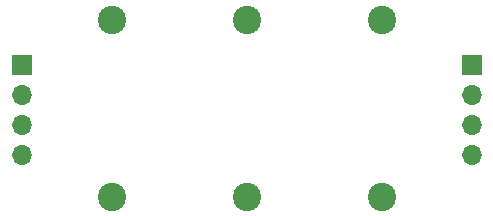
<source format=gbr>
%TF.GenerationSoftware,KiCad,Pcbnew,5.1.10*%
%TF.CreationDate,2021-06-16T20:56:35+02:00*%
%TF.ProjectId,filter,66696c74-6572-42e6-9b69-6361645f7063,rev?*%
%TF.SameCoordinates,Original*%
%TF.FileFunction,Soldermask,Bot*%
%TF.FilePolarity,Negative*%
%FSLAX46Y46*%
G04 Gerber Fmt 4.6, Leading zero omitted, Abs format (unit mm)*
G04 Created by KiCad (PCBNEW 5.1.10) date 2021-06-16 20:56:35*
%MOMM*%
%LPD*%
G01*
G04 APERTURE LIST*
%ADD10C,2.400000*%
%ADD11R,1.700000X1.700000*%
%ADD12O,1.700000X1.700000*%
G04 APERTURE END LIST*
D10*
%TO.C,L1*%
X170180000Y-92470000D03*
X170180000Y-77470000D03*
%TD*%
%TO.C,L101*%
X147320000Y-77470000D03*
X147320000Y-92470000D03*
%TD*%
D11*
%TO.C,J101*%
X139700000Y-81280000D03*
D12*
X139700000Y-83820000D03*
X139700000Y-86360000D03*
X139700000Y-88900000D03*
%TD*%
%TO.C,J102*%
X177800000Y-88900000D03*
X177800000Y-86360000D03*
X177800000Y-83820000D03*
D11*
X177800000Y-81280000D03*
%TD*%
D10*
%TO.C,L102*%
X158750000Y-77470000D03*
X158750000Y-92470000D03*
%TD*%
M02*

</source>
